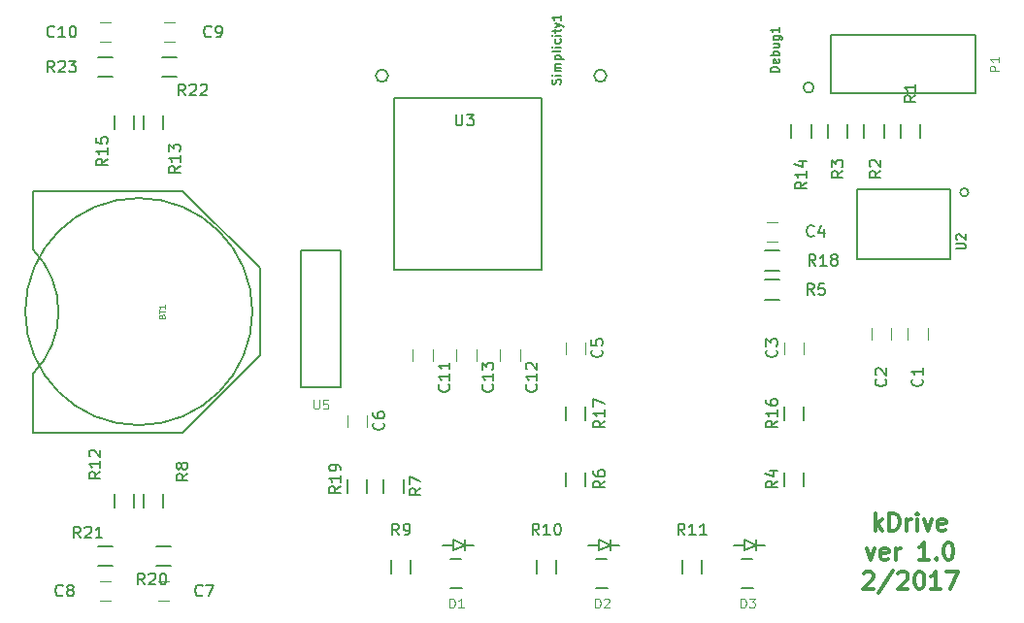
<source format=gbr>
G04 #@! TF.FileFunction,Legend,Top*
%FSLAX46Y46*%
G04 Gerber Fmt 4.6, Leading zero omitted, Abs format (unit mm)*
G04 Created by KiCad (PCBNEW 4.0.4-stable) date 10/20/17 22:24:28*
%MOMM*%
%LPD*%
G01*
G04 APERTURE LIST*
%ADD10C,0.100000*%
%ADD11C,0.300000*%
%ADD12C,0.150000*%
%ADD13C,0.120000*%
%ADD14C,0.076200*%
%ADD15C,0.152400*%
G04 APERTURE END LIST*
D10*
D11*
X162699286Y-120683571D02*
X162699286Y-119183571D01*
X162842143Y-120112143D02*
X163270714Y-120683571D01*
X163270714Y-119683571D02*
X162699286Y-120255000D01*
X163913572Y-120683571D02*
X163913572Y-119183571D01*
X164270715Y-119183571D01*
X164485000Y-119255000D01*
X164627858Y-119397857D01*
X164699286Y-119540714D01*
X164770715Y-119826429D01*
X164770715Y-120040714D01*
X164699286Y-120326429D01*
X164627858Y-120469286D01*
X164485000Y-120612143D01*
X164270715Y-120683571D01*
X163913572Y-120683571D01*
X165413572Y-120683571D02*
X165413572Y-119683571D01*
X165413572Y-119969286D02*
X165485000Y-119826429D01*
X165556429Y-119755000D01*
X165699286Y-119683571D01*
X165842143Y-119683571D01*
X166342143Y-120683571D02*
X166342143Y-119683571D01*
X166342143Y-119183571D02*
X166270714Y-119255000D01*
X166342143Y-119326429D01*
X166413571Y-119255000D01*
X166342143Y-119183571D01*
X166342143Y-119326429D01*
X166913572Y-119683571D02*
X167270715Y-120683571D01*
X167627857Y-119683571D01*
X168770714Y-120612143D02*
X168627857Y-120683571D01*
X168342143Y-120683571D01*
X168199286Y-120612143D01*
X168127857Y-120469286D01*
X168127857Y-119897857D01*
X168199286Y-119755000D01*
X168342143Y-119683571D01*
X168627857Y-119683571D01*
X168770714Y-119755000D01*
X168842143Y-119897857D01*
X168842143Y-120040714D01*
X168127857Y-120183571D01*
X161913573Y-122233571D02*
X162270716Y-123233571D01*
X162627858Y-122233571D01*
X163770715Y-123162143D02*
X163627858Y-123233571D01*
X163342144Y-123233571D01*
X163199287Y-123162143D01*
X163127858Y-123019286D01*
X163127858Y-122447857D01*
X163199287Y-122305000D01*
X163342144Y-122233571D01*
X163627858Y-122233571D01*
X163770715Y-122305000D01*
X163842144Y-122447857D01*
X163842144Y-122590714D01*
X163127858Y-122733571D01*
X164485001Y-123233571D02*
X164485001Y-122233571D01*
X164485001Y-122519286D02*
X164556429Y-122376429D01*
X164627858Y-122305000D01*
X164770715Y-122233571D01*
X164913572Y-122233571D01*
X167342143Y-123233571D02*
X166485000Y-123233571D01*
X166913572Y-123233571D02*
X166913572Y-121733571D01*
X166770715Y-121947857D01*
X166627857Y-122090714D01*
X166485000Y-122162143D01*
X167985000Y-123090714D02*
X168056428Y-123162143D01*
X167985000Y-123233571D01*
X167913571Y-123162143D01*
X167985000Y-123090714D01*
X167985000Y-123233571D01*
X168985000Y-121733571D02*
X169127857Y-121733571D01*
X169270714Y-121805000D01*
X169342143Y-121876429D01*
X169413572Y-122019286D01*
X169485000Y-122305000D01*
X169485000Y-122662143D01*
X169413572Y-122947857D01*
X169342143Y-123090714D01*
X169270714Y-123162143D01*
X169127857Y-123233571D01*
X168985000Y-123233571D01*
X168842143Y-123162143D01*
X168770714Y-123090714D01*
X168699286Y-122947857D01*
X168627857Y-122662143D01*
X168627857Y-122305000D01*
X168699286Y-122019286D01*
X168770714Y-121876429D01*
X168842143Y-121805000D01*
X168985000Y-121733571D01*
X161663572Y-124426429D02*
X161735001Y-124355000D01*
X161877858Y-124283571D01*
X162235001Y-124283571D01*
X162377858Y-124355000D01*
X162449287Y-124426429D01*
X162520715Y-124569286D01*
X162520715Y-124712143D01*
X162449287Y-124926429D01*
X161592144Y-125783571D01*
X162520715Y-125783571D01*
X164235000Y-124212143D02*
X162949286Y-126140714D01*
X164663572Y-124426429D02*
X164735001Y-124355000D01*
X164877858Y-124283571D01*
X165235001Y-124283571D01*
X165377858Y-124355000D01*
X165449287Y-124426429D01*
X165520715Y-124569286D01*
X165520715Y-124712143D01*
X165449287Y-124926429D01*
X164592144Y-125783571D01*
X165520715Y-125783571D01*
X166449286Y-124283571D02*
X166592143Y-124283571D01*
X166735000Y-124355000D01*
X166806429Y-124426429D01*
X166877858Y-124569286D01*
X166949286Y-124855000D01*
X166949286Y-125212143D01*
X166877858Y-125497857D01*
X166806429Y-125640714D01*
X166735000Y-125712143D01*
X166592143Y-125783571D01*
X166449286Y-125783571D01*
X166306429Y-125712143D01*
X166235000Y-125640714D01*
X166163572Y-125497857D01*
X166092143Y-125212143D01*
X166092143Y-124855000D01*
X166163572Y-124569286D01*
X166235000Y-124426429D01*
X166306429Y-124355000D01*
X166449286Y-124283571D01*
X168377857Y-125783571D02*
X167520714Y-125783571D01*
X167949286Y-125783571D02*
X167949286Y-124283571D01*
X167806429Y-124497857D01*
X167663571Y-124640714D01*
X167520714Y-124712143D01*
X168877857Y-124283571D02*
X169877857Y-124283571D01*
X169235000Y-125783571D01*
D12*
X89154000Y-91059000D02*
X89154000Y-96139000D01*
X89154000Y-112141000D02*
X89154000Y-107061000D01*
X89154000Y-107061000D02*
G75*
G03X89154000Y-96139000I-5461000J5461000D01*
G01*
X89154000Y-112141000D02*
X102235000Y-112141000D01*
X102235000Y-91059000D02*
X89154000Y-91059000D01*
X108966000Y-105410000D02*
X108966000Y-97790000D01*
X108966000Y-97790000D02*
X102235000Y-91059000D01*
X108966000Y-105410000D02*
X102235000Y-112141000D01*
X108331000Y-101600000D02*
G75*
G03X108331000Y-101600000I-9906000J0D01*
G01*
D13*
X167220000Y-104005000D02*
X167220000Y-103005000D01*
X165520000Y-103005000D02*
X165520000Y-104005000D01*
X164045000Y-104005000D02*
X164045000Y-103005000D01*
X162345000Y-103005000D02*
X162345000Y-104005000D01*
X154725000Y-104275000D02*
X154725000Y-105275000D01*
X156425000Y-105275000D02*
X156425000Y-104275000D01*
X153170000Y-95465000D02*
X154170000Y-95465000D01*
X154170000Y-93765000D02*
X153170000Y-93765000D01*
X135675000Y-104275000D02*
X135675000Y-105275000D01*
X137375000Y-105275000D02*
X137375000Y-104275000D01*
X116625000Y-110625000D02*
X116625000Y-111625000D01*
X118325000Y-111625000D02*
X118325000Y-110625000D01*
X101084000Y-125134000D02*
X100084000Y-125134000D01*
X100084000Y-126834000D02*
X101084000Y-126834000D01*
X95004000Y-126834000D02*
X96004000Y-126834000D01*
X96004000Y-125134000D02*
X95004000Y-125134000D01*
X101592000Y-76366000D02*
X100592000Y-76366000D01*
X100592000Y-78066000D02*
X101592000Y-78066000D01*
X95004000Y-78066000D02*
X96004000Y-78066000D01*
X96004000Y-76366000D02*
X95004000Y-76366000D01*
X124040000Y-105910000D02*
X124040000Y-104910000D01*
X122340000Y-104910000D02*
X122340000Y-105910000D01*
X131660000Y-105910000D02*
X131660000Y-104910000D01*
X129960000Y-104910000D02*
X129960000Y-105910000D01*
X127850000Y-105910000D02*
X127850000Y-104910000D01*
X126150000Y-104910000D02*
X126150000Y-105910000D01*
D12*
X157302905Y-82042000D02*
G75*
G03X157302905Y-82042000I-457905J0D01*
G01*
X158750000Y-77470000D02*
X158750000Y-82550000D01*
X158770000Y-82529999D02*
X171430000Y-82530000D01*
X171430000Y-82530000D02*
X171430000Y-77490001D01*
X171430000Y-77490001D02*
X158770000Y-77490000D01*
X166610000Y-85252000D02*
X166610000Y-86452000D01*
X164860000Y-86452000D02*
X164860000Y-85252000D01*
X163435000Y-85252000D02*
X163435000Y-86452000D01*
X161685000Y-86452000D02*
X161685000Y-85252000D01*
X160260000Y-85252000D02*
X160260000Y-86452000D01*
X158510000Y-86452000D02*
X158510000Y-85252000D01*
X156450000Y-115605000D02*
X156450000Y-116805000D01*
X154700000Y-116805000D02*
X154700000Y-115605000D01*
X154270000Y-100570000D02*
X153070000Y-100570000D01*
X153070000Y-98820000D02*
X154270000Y-98820000D01*
X135650000Y-116805000D02*
X135650000Y-115605000D01*
X137400000Y-115605000D02*
X137400000Y-116805000D01*
X121525000Y-116240000D02*
X121525000Y-117440000D01*
X119775000Y-117440000D02*
X119775000Y-116240000D01*
X98820000Y-118710000D02*
X98820000Y-117510000D01*
X100570000Y-117510000D02*
X100570000Y-118710000D01*
X120410000Y-124425000D02*
X120410000Y-123225000D01*
X122160000Y-123225000D02*
X122160000Y-124425000D01*
X133110000Y-124425000D02*
X133110000Y-123225000D01*
X134860000Y-123225000D02*
X134860000Y-124425000D01*
X145810000Y-124425000D02*
X145810000Y-123225000D01*
X147560000Y-123225000D02*
X147560000Y-124425000D01*
X96280000Y-118710000D02*
X96280000Y-117510000D01*
X98030000Y-117510000D02*
X98030000Y-118710000D01*
X100570000Y-84490000D02*
X100570000Y-85690000D01*
X98820000Y-85690000D02*
X98820000Y-84490000D01*
X155335000Y-86452000D02*
X155335000Y-85252000D01*
X157085000Y-85252000D02*
X157085000Y-86452000D01*
X98030000Y-84490000D02*
X98030000Y-85690000D01*
X96280000Y-85690000D02*
X96280000Y-84490000D01*
X170793210Y-91186000D02*
G75*
G03X170793210Y-91186000I-359210J0D01*
G01*
X169164000Y-97028000D02*
X161036000Y-97028000D01*
X161036000Y-97028000D02*
X161036000Y-90932000D01*
X161036000Y-90932000D02*
X169164000Y-90932000D01*
X169164000Y-90932000D02*
X169164000Y-97028000D01*
X120650000Y-82970000D02*
X133550000Y-82970000D01*
X133550000Y-82970000D02*
X133550000Y-97970000D01*
X133550000Y-97970000D02*
X120650000Y-97970000D01*
X120650000Y-97970000D02*
X120650000Y-82970000D01*
X120172815Y-81026000D02*
G75*
G03X120172815Y-81026000I-538815J0D01*
G01*
X139222815Y-81026000D02*
G75*
G03X139222815Y-81026000I-538815J0D01*
G01*
X154700000Y-111090000D02*
X154700000Y-109890000D01*
X156450000Y-109890000D02*
X156450000Y-111090000D01*
X135650000Y-111090000D02*
X135650000Y-109890000D01*
X137400000Y-109890000D02*
X137400000Y-111090000D01*
X154270000Y-98030000D02*
X153070000Y-98030000D01*
X153070000Y-96280000D02*
X154270000Y-96280000D01*
X118350000Y-116240000D02*
X118350000Y-117440000D01*
X116600000Y-117440000D02*
X116600000Y-116240000D01*
X101184000Y-123811000D02*
X99984000Y-123811000D01*
X99984000Y-122061000D02*
X101184000Y-122061000D01*
X94904000Y-122061000D02*
X96104000Y-122061000D01*
X96104000Y-123811000D02*
X94904000Y-123811000D01*
X101692000Y-81139000D02*
X100492000Y-81139000D01*
X100492000Y-79389000D02*
X101692000Y-79389000D01*
X94904000Y-79389000D02*
X96104000Y-79389000D01*
X96104000Y-81139000D02*
X94904000Y-81139000D01*
X112550000Y-108235000D02*
X112550000Y-96235000D01*
X112550000Y-96235000D02*
X116050000Y-96235000D01*
X116050000Y-96235000D02*
X116050000Y-108235000D01*
X116050000Y-108235000D02*
X112550000Y-108235000D01*
X152285000Y-122460000D02*
X152285000Y-121460000D01*
X151285000Y-121960000D02*
X150285000Y-121960000D01*
X152285000Y-121960000D02*
X151285000Y-122460000D01*
X151285000Y-122460000D02*
X151285000Y-121460000D01*
X151285000Y-121460000D02*
X152285000Y-121960000D01*
X152285000Y-121960000D02*
X153035000Y-121960000D01*
X151035000Y-123160000D02*
X151935000Y-123160000D01*
X151035000Y-125760000D02*
X152035000Y-125760000D01*
X139585000Y-122460000D02*
X139585000Y-121460000D01*
X138585000Y-121960000D02*
X137585000Y-121960000D01*
X139585000Y-121960000D02*
X138585000Y-122460000D01*
X138585000Y-122460000D02*
X138585000Y-121460000D01*
X138585000Y-121460000D02*
X139585000Y-121960000D01*
X139585000Y-121960000D02*
X140335000Y-121960000D01*
X138335000Y-123160000D02*
X139235000Y-123160000D01*
X138335000Y-125760000D02*
X139335000Y-125760000D01*
X126885000Y-122460000D02*
X126885000Y-121460000D01*
X125885000Y-121960000D02*
X124885000Y-121960000D01*
X126885000Y-121960000D02*
X125885000Y-122460000D01*
X125885000Y-122460000D02*
X125885000Y-121460000D01*
X125885000Y-121460000D02*
X126885000Y-121960000D01*
X126885000Y-121960000D02*
X127635000Y-121960000D01*
X125635000Y-123160000D02*
X126535000Y-123160000D01*
X125635000Y-125760000D02*
X126635000Y-125760000D01*
D14*
X100420714Y-101999143D02*
X100444905Y-101926572D01*
X100469095Y-101902381D01*
X100517476Y-101878191D01*
X100590048Y-101878191D01*
X100638429Y-101902381D01*
X100662619Y-101926572D01*
X100686810Y-101974953D01*
X100686810Y-102168477D01*
X100178810Y-102168477D01*
X100178810Y-101999143D01*
X100203000Y-101950762D01*
X100227190Y-101926572D01*
X100275571Y-101902381D01*
X100323952Y-101902381D01*
X100372333Y-101926572D01*
X100396524Y-101950762D01*
X100420714Y-101999143D01*
X100420714Y-102168477D01*
X100178810Y-101733048D02*
X100178810Y-101442762D01*
X100686810Y-101587905D02*
X100178810Y-101587905D01*
X100686810Y-101007333D02*
X100686810Y-101297619D01*
X100686810Y-101152476D02*
X100178810Y-101152476D01*
X100251381Y-101200857D01*
X100299762Y-101249238D01*
X100323952Y-101297619D01*
D12*
X166727143Y-107481666D02*
X166774762Y-107529285D01*
X166822381Y-107672142D01*
X166822381Y-107767380D01*
X166774762Y-107910238D01*
X166679524Y-108005476D01*
X166584286Y-108053095D01*
X166393810Y-108100714D01*
X166250952Y-108100714D01*
X166060476Y-108053095D01*
X165965238Y-108005476D01*
X165870000Y-107910238D01*
X165822381Y-107767380D01*
X165822381Y-107672142D01*
X165870000Y-107529285D01*
X165917619Y-107481666D01*
X166822381Y-106529285D02*
X166822381Y-107100714D01*
X166822381Y-106815000D02*
X165822381Y-106815000D01*
X165965238Y-106910238D01*
X166060476Y-107005476D01*
X166108095Y-107100714D01*
X163552143Y-107481666D02*
X163599762Y-107529285D01*
X163647381Y-107672142D01*
X163647381Y-107767380D01*
X163599762Y-107910238D01*
X163504524Y-108005476D01*
X163409286Y-108053095D01*
X163218810Y-108100714D01*
X163075952Y-108100714D01*
X162885476Y-108053095D01*
X162790238Y-108005476D01*
X162695000Y-107910238D01*
X162647381Y-107767380D01*
X162647381Y-107672142D01*
X162695000Y-107529285D01*
X162742619Y-107481666D01*
X162742619Y-107100714D02*
X162695000Y-107053095D01*
X162647381Y-106957857D01*
X162647381Y-106719761D01*
X162695000Y-106624523D01*
X162742619Y-106576904D01*
X162837857Y-106529285D01*
X162933095Y-106529285D01*
X163075952Y-106576904D01*
X163647381Y-107148333D01*
X163647381Y-106529285D01*
X154027143Y-104941666D02*
X154074762Y-104989285D01*
X154122381Y-105132142D01*
X154122381Y-105227380D01*
X154074762Y-105370238D01*
X153979524Y-105465476D01*
X153884286Y-105513095D01*
X153693810Y-105560714D01*
X153550952Y-105560714D01*
X153360476Y-105513095D01*
X153265238Y-105465476D01*
X153170000Y-105370238D01*
X153122381Y-105227380D01*
X153122381Y-105132142D01*
X153170000Y-104989285D01*
X153217619Y-104941666D01*
X153122381Y-104608333D02*
X153122381Y-103989285D01*
X153503333Y-104322619D01*
X153503333Y-104179761D01*
X153550952Y-104084523D01*
X153598571Y-104036904D01*
X153693810Y-103989285D01*
X153931905Y-103989285D01*
X154027143Y-104036904D01*
X154074762Y-104084523D01*
X154122381Y-104179761D01*
X154122381Y-104465476D01*
X154074762Y-104560714D01*
X154027143Y-104608333D01*
X157313334Y-94972143D02*
X157265715Y-95019762D01*
X157122858Y-95067381D01*
X157027620Y-95067381D01*
X156884762Y-95019762D01*
X156789524Y-94924524D01*
X156741905Y-94829286D01*
X156694286Y-94638810D01*
X156694286Y-94495952D01*
X156741905Y-94305476D01*
X156789524Y-94210238D01*
X156884762Y-94115000D01*
X157027620Y-94067381D01*
X157122858Y-94067381D01*
X157265715Y-94115000D01*
X157313334Y-94162619D01*
X158170477Y-94400714D02*
X158170477Y-95067381D01*
X157932381Y-94019762D02*
X157694286Y-94734048D01*
X158313334Y-94734048D01*
X138787143Y-104941666D02*
X138834762Y-104989285D01*
X138882381Y-105132142D01*
X138882381Y-105227380D01*
X138834762Y-105370238D01*
X138739524Y-105465476D01*
X138644286Y-105513095D01*
X138453810Y-105560714D01*
X138310952Y-105560714D01*
X138120476Y-105513095D01*
X138025238Y-105465476D01*
X137930000Y-105370238D01*
X137882381Y-105227380D01*
X137882381Y-105132142D01*
X137930000Y-104989285D01*
X137977619Y-104941666D01*
X137882381Y-104036904D02*
X137882381Y-104513095D01*
X138358571Y-104560714D01*
X138310952Y-104513095D01*
X138263333Y-104417857D01*
X138263333Y-104179761D01*
X138310952Y-104084523D01*
X138358571Y-104036904D01*
X138453810Y-103989285D01*
X138691905Y-103989285D01*
X138787143Y-104036904D01*
X138834762Y-104084523D01*
X138882381Y-104179761D01*
X138882381Y-104417857D01*
X138834762Y-104513095D01*
X138787143Y-104560714D01*
X119737143Y-111291666D02*
X119784762Y-111339285D01*
X119832381Y-111482142D01*
X119832381Y-111577380D01*
X119784762Y-111720238D01*
X119689524Y-111815476D01*
X119594286Y-111863095D01*
X119403810Y-111910714D01*
X119260952Y-111910714D01*
X119070476Y-111863095D01*
X118975238Y-111815476D01*
X118880000Y-111720238D01*
X118832381Y-111577380D01*
X118832381Y-111482142D01*
X118880000Y-111339285D01*
X118927619Y-111291666D01*
X118832381Y-110434523D02*
X118832381Y-110625000D01*
X118880000Y-110720238D01*
X118927619Y-110767857D01*
X119070476Y-110863095D01*
X119260952Y-110910714D01*
X119641905Y-110910714D01*
X119737143Y-110863095D01*
X119784762Y-110815476D01*
X119832381Y-110720238D01*
X119832381Y-110529761D01*
X119784762Y-110434523D01*
X119737143Y-110386904D01*
X119641905Y-110339285D01*
X119403810Y-110339285D01*
X119308571Y-110386904D01*
X119260952Y-110434523D01*
X119213333Y-110529761D01*
X119213333Y-110720238D01*
X119260952Y-110815476D01*
X119308571Y-110863095D01*
X119403810Y-110910714D01*
X103973334Y-126341143D02*
X103925715Y-126388762D01*
X103782858Y-126436381D01*
X103687620Y-126436381D01*
X103544762Y-126388762D01*
X103449524Y-126293524D01*
X103401905Y-126198286D01*
X103354286Y-126007810D01*
X103354286Y-125864952D01*
X103401905Y-125674476D01*
X103449524Y-125579238D01*
X103544762Y-125484000D01*
X103687620Y-125436381D01*
X103782858Y-125436381D01*
X103925715Y-125484000D01*
X103973334Y-125531619D01*
X104306667Y-125436381D02*
X104973334Y-125436381D01*
X104544762Y-126436381D01*
X91781334Y-126341143D02*
X91733715Y-126388762D01*
X91590858Y-126436381D01*
X91495620Y-126436381D01*
X91352762Y-126388762D01*
X91257524Y-126293524D01*
X91209905Y-126198286D01*
X91162286Y-126007810D01*
X91162286Y-125864952D01*
X91209905Y-125674476D01*
X91257524Y-125579238D01*
X91352762Y-125484000D01*
X91495620Y-125436381D01*
X91590858Y-125436381D01*
X91733715Y-125484000D01*
X91781334Y-125531619D01*
X92352762Y-125864952D02*
X92257524Y-125817333D01*
X92209905Y-125769714D01*
X92162286Y-125674476D01*
X92162286Y-125626857D01*
X92209905Y-125531619D01*
X92257524Y-125484000D01*
X92352762Y-125436381D01*
X92543239Y-125436381D01*
X92638477Y-125484000D01*
X92686096Y-125531619D01*
X92733715Y-125626857D01*
X92733715Y-125674476D01*
X92686096Y-125769714D01*
X92638477Y-125817333D01*
X92543239Y-125864952D01*
X92352762Y-125864952D01*
X92257524Y-125912571D01*
X92209905Y-125960190D01*
X92162286Y-126055429D01*
X92162286Y-126245905D01*
X92209905Y-126341143D01*
X92257524Y-126388762D01*
X92352762Y-126436381D01*
X92543239Y-126436381D01*
X92638477Y-126388762D01*
X92686096Y-126341143D01*
X92733715Y-126245905D01*
X92733715Y-126055429D01*
X92686096Y-125960190D01*
X92638477Y-125912571D01*
X92543239Y-125864952D01*
X104735334Y-77573143D02*
X104687715Y-77620762D01*
X104544858Y-77668381D01*
X104449620Y-77668381D01*
X104306762Y-77620762D01*
X104211524Y-77525524D01*
X104163905Y-77430286D01*
X104116286Y-77239810D01*
X104116286Y-77096952D01*
X104163905Y-76906476D01*
X104211524Y-76811238D01*
X104306762Y-76716000D01*
X104449620Y-76668381D01*
X104544858Y-76668381D01*
X104687715Y-76716000D01*
X104735334Y-76763619D01*
X105211524Y-77668381D02*
X105402000Y-77668381D01*
X105497239Y-77620762D01*
X105544858Y-77573143D01*
X105640096Y-77430286D01*
X105687715Y-77239810D01*
X105687715Y-76858857D01*
X105640096Y-76763619D01*
X105592477Y-76716000D01*
X105497239Y-76668381D01*
X105306762Y-76668381D01*
X105211524Y-76716000D01*
X105163905Y-76763619D01*
X105116286Y-76858857D01*
X105116286Y-77096952D01*
X105163905Y-77192190D01*
X105211524Y-77239810D01*
X105306762Y-77287429D01*
X105497239Y-77287429D01*
X105592477Y-77239810D01*
X105640096Y-77192190D01*
X105687715Y-77096952D01*
X91051143Y-77573143D02*
X91003524Y-77620762D01*
X90860667Y-77668381D01*
X90765429Y-77668381D01*
X90622571Y-77620762D01*
X90527333Y-77525524D01*
X90479714Y-77430286D01*
X90432095Y-77239810D01*
X90432095Y-77096952D01*
X90479714Y-76906476D01*
X90527333Y-76811238D01*
X90622571Y-76716000D01*
X90765429Y-76668381D01*
X90860667Y-76668381D01*
X91003524Y-76716000D01*
X91051143Y-76763619D01*
X92003524Y-77668381D02*
X91432095Y-77668381D01*
X91717809Y-77668381D02*
X91717809Y-76668381D01*
X91622571Y-76811238D01*
X91527333Y-76906476D01*
X91432095Y-76954095D01*
X92622571Y-76668381D02*
X92717810Y-76668381D01*
X92813048Y-76716000D01*
X92860667Y-76763619D01*
X92908286Y-76858857D01*
X92955905Y-77049333D01*
X92955905Y-77287429D01*
X92908286Y-77477905D01*
X92860667Y-77573143D01*
X92813048Y-77620762D01*
X92717810Y-77668381D01*
X92622571Y-77668381D01*
X92527333Y-77620762D01*
X92479714Y-77573143D01*
X92432095Y-77477905D01*
X92384476Y-77287429D01*
X92384476Y-77049333D01*
X92432095Y-76858857D01*
X92479714Y-76763619D01*
X92527333Y-76716000D01*
X92622571Y-76668381D01*
X125452143Y-107957857D02*
X125499762Y-108005476D01*
X125547381Y-108148333D01*
X125547381Y-108243571D01*
X125499762Y-108386429D01*
X125404524Y-108481667D01*
X125309286Y-108529286D01*
X125118810Y-108576905D01*
X124975952Y-108576905D01*
X124785476Y-108529286D01*
X124690238Y-108481667D01*
X124595000Y-108386429D01*
X124547381Y-108243571D01*
X124547381Y-108148333D01*
X124595000Y-108005476D01*
X124642619Y-107957857D01*
X125547381Y-107005476D02*
X125547381Y-107576905D01*
X125547381Y-107291191D02*
X124547381Y-107291191D01*
X124690238Y-107386429D01*
X124785476Y-107481667D01*
X124833095Y-107576905D01*
X125547381Y-106053095D02*
X125547381Y-106624524D01*
X125547381Y-106338810D02*
X124547381Y-106338810D01*
X124690238Y-106434048D01*
X124785476Y-106529286D01*
X124833095Y-106624524D01*
X133072143Y-107957857D02*
X133119762Y-108005476D01*
X133167381Y-108148333D01*
X133167381Y-108243571D01*
X133119762Y-108386429D01*
X133024524Y-108481667D01*
X132929286Y-108529286D01*
X132738810Y-108576905D01*
X132595952Y-108576905D01*
X132405476Y-108529286D01*
X132310238Y-108481667D01*
X132215000Y-108386429D01*
X132167381Y-108243571D01*
X132167381Y-108148333D01*
X132215000Y-108005476D01*
X132262619Y-107957857D01*
X133167381Y-107005476D02*
X133167381Y-107576905D01*
X133167381Y-107291191D02*
X132167381Y-107291191D01*
X132310238Y-107386429D01*
X132405476Y-107481667D01*
X132453095Y-107576905D01*
X132262619Y-106624524D02*
X132215000Y-106576905D01*
X132167381Y-106481667D01*
X132167381Y-106243571D01*
X132215000Y-106148333D01*
X132262619Y-106100714D01*
X132357857Y-106053095D01*
X132453095Y-106053095D01*
X132595952Y-106100714D01*
X133167381Y-106672143D01*
X133167381Y-106053095D01*
X129262143Y-107957857D02*
X129309762Y-108005476D01*
X129357381Y-108148333D01*
X129357381Y-108243571D01*
X129309762Y-108386429D01*
X129214524Y-108481667D01*
X129119286Y-108529286D01*
X128928810Y-108576905D01*
X128785952Y-108576905D01*
X128595476Y-108529286D01*
X128500238Y-108481667D01*
X128405000Y-108386429D01*
X128357381Y-108243571D01*
X128357381Y-108148333D01*
X128405000Y-108005476D01*
X128452619Y-107957857D01*
X129357381Y-107005476D02*
X129357381Y-107576905D01*
X129357381Y-107291191D02*
X128357381Y-107291191D01*
X128500238Y-107386429D01*
X128595476Y-107481667D01*
X128643095Y-107576905D01*
X128357381Y-106672143D02*
X128357381Y-106053095D01*
X128738333Y-106386429D01*
X128738333Y-106243571D01*
X128785952Y-106148333D01*
X128833571Y-106100714D01*
X128928810Y-106053095D01*
X129166905Y-106053095D01*
X129262143Y-106100714D01*
X129309762Y-106148333D01*
X129357381Y-106243571D01*
X129357381Y-106529286D01*
X129309762Y-106624524D01*
X129262143Y-106672143D01*
D10*
X173462905Y-80600476D02*
X172662905Y-80600476D01*
X172662905Y-80295714D01*
X172701000Y-80219523D01*
X172739095Y-80181428D01*
X172815286Y-80143333D01*
X172929571Y-80143333D01*
X173005762Y-80181428D01*
X173043857Y-80219523D01*
X173081952Y-80295714D01*
X173081952Y-80600476D01*
X173462905Y-79381428D02*
X173462905Y-79838571D01*
X173462905Y-79610000D02*
X172662905Y-79610000D01*
X172777190Y-79686190D01*
X172853381Y-79762381D01*
X172891476Y-79838571D01*
D12*
X166187381Y-82716666D02*
X165711190Y-83050000D01*
X166187381Y-83288095D02*
X165187381Y-83288095D01*
X165187381Y-82907142D01*
X165235000Y-82811904D01*
X165282619Y-82764285D01*
X165377857Y-82716666D01*
X165520714Y-82716666D01*
X165615952Y-82764285D01*
X165663571Y-82811904D01*
X165711190Y-82907142D01*
X165711190Y-83288095D01*
X166187381Y-81764285D02*
X166187381Y-82335714D01*
X166187381Y-82050000D02*
X165187381Y-82050000D01*
X165330238Y-82145238D01*
X165425476Y-82240476D01*
X165473095Y-82335714D01*
X163139381Y-89320666D02*
X162663190Y-89654000D01*
X163139381Y-89892095D02*
X162139381Y-89892095D01*
X162139381Y-89511142D01*
X162187000Y-89415904D01*
X162234619Y-89368285D01*
X162329857Y-89320666D01*
X162472714Y-89320666D01*
X162567952Y-89368285D01*
X162615571Y-89415904D01*
X162663190Y-89511142D01*
X162663190Y-89892095D01*
X162234619Y-88939714D02*
X162187000Y-88892095D01*
X162139381Y-88796857D01*
X162139381Y-88558761D01*
X162187000Y-88463523D01*
X162234619Y-88415904D01*
X162329857Y-88368285D01*
X162425095Y-88368285D01*
X162567952Y-88415904D01*
X163139381Y-88987333D01*
X163139381Y-88368285D01*
X159837381Y-89320666D02*
X159361190Y-89654000D01*
X159837381Y-89892095D02*
X158837381Y-89892095D01*
X158837381Y-89511142D01*
X158885000Y-89415904D01*
X158932619Y-89368285D01*
X159027857Y-89320666D01*
X159170714Y-89320666D01*
X159265952Y-89368285D01*
X159313571Y-89415904D01*
X159361190Y-89511142D01*
X159361190Y-89892095D01*
X158837381Y-88987333D02*
X158837381Y-88368285D01*
X159218333Y-88701619D01*
X159218333Y-88558761D01*
X159265952Y-88463523D01*
X159313571Y-88415904D01*
X159408810Y-88368285D01*
X159646905Y-88368285D01*
X159742143Y-88415904D01*
X159789762Y-88463523D01*
X159837381Y-88558761D01*
X159837381Y-88844476D01*
X159789762Y-88939714D01*
X159742143Y-88987333D01*
X154122381Y-116371666D02*
X153646190Y-116705000D01*
X154122381Y-116943095D02*
X153122381Y-116943095D01*
X153122381Y-116562142D01*
X153170000Y-116466904D01*
X153217619Y-116419285D01*
X153312857Y-116371666D01*
X153455714Y-116371666D01*
X153550952Y-116419285D01*
X153598571Y-116466904D01*
X153646190Y-116562142D01*
X153646190Y-116943095D01*
X153455714Y-115514523D02*
X154122381Y-115514523D01*
X153074762Y-115752619D02*
X153789048Y-115990714D01*
X153789048Y-115371666D01*
X157313334Y-100147381D02*
X156980000Y-99671190D01*
X156741905Y-100147381D02*
X156741905Y-99147381D01*
X157122858Y-99147381D01*
X157218096Y-99195000D01*
X157265715Y-99242619D01*
X157313334Y-99337857D01*
X157313334Y-99480714D01*
X157265715Y-99575952D01*
X157218096Y-99623571D01*
X157122858Y-99671190D01*
X156741905Y-99671190D01*
X158218096Y-99147381D02*
X157741905Y-99147381D01*
X157694286Y-99623571D01*
X157741905Y-99575952D01*
X157837143Y-99528333D01*
X158075239Y-99528333D01*
X158170477Y-99575952D01*
X158218096Y-99623571D01*
X158265715Y-99718810D01*
X158265715Y-99956905D01*
X158218096Y-100052143D01*
X158170477Y-100099762D01*
X158075239Y-100147381D01*
X157837143Y-100147381D01*
X157741905Y-100099762D01*
X157694286Y-100052143D01*
X139077381Y-116371666D02*
X138601190Y-116705000D01*
X139077381Y-116943095D02*
X138077381Y-116943095D01*
X138077381Y-116562142D01*
X138125000Y-116466904D01*
X138172619Y-116419285D01*
X138267857Y-116371666D01*
X138410714Y-116371666D01*
X138505952Y-116419285D01*
X138553571Y-116466904D01*
X138601190Y-116562142D01*
X138601190Y-116943095D01*
X138077381Y-115514523D02*
X138077381Y-115705000D01*
X138125000Y-115800238D01*
X138172619Y-115847857D01*
X138315476Y-115943095D01*
X138505952Y-115990714D01*
X138886905Y-115990714D01*
X138982143Y-115943095D01*
X139029762Y-115895476D01*
X139077381Y-115800238D01*
X139077381Y-115609761D01*
X139029762Y-115514523D01*
X138982143Y-115466904D01*
X138886905Y-115419285D01*
X138648810Y-115419285D01*
X138553571Y-115466904D01*
X138505952Y-115514523D01*
X138458333Y-115609761D01*
X138458333Y-115800238D01*
X138505952Y-115895476D01*
X138553571Y-115943095D01*
X138648810Y-115990714D01*
X123007381Y-117006666D02*
X122531190Y-117340000D01*
X123007381Y-117578095D02*
X122007381Y-117578095D01*
X122007381Y-117197142D01*
X122055000Y-117101904D01*
X122102619Y-117054285D01*
X122197857Y-117006666D01*
X122340714Y-117006666D01*
X122435952Y-117054285D01*
X122483571Y-117101904D01*
X122531190Y-117197142D01*
X122531190Y-117578095D01*
X122007381Y-116673333D02*
X122007381Y-116006666D01*
X123007381Y-116435238D01*
X102687381Y-115736666D02*
X102211190Y-116070000D01*
X102687381Y-116308095D02*
X101687381Y-116308095D01*
X101687381Y-115927142D01*
X101735000Y-115831904D01*
X101782619Y-115784285D01*
X101877857Y-115736666D01*
X102020714Y-115736666D01*
X102115952Y-115784285D01*
X102163571Y-115831904D01*
X102211190Y-115927142D01*
X102211190Y-116308095D01*
X102115952Y-115165238D02*
X102068333Y-115260476D01*
X102020714Y-115308095D01*
X101925476Y-115355714D01*
X101877857Y-115355714D01*
X101782619Y-115308095D01*
X101735000Y-115260476D01*
X101687381Y-115165238D01*
X101687381Y-114974761D01*
X101735000Y-114879523D01*
X101782619Y-114831904D01*
X101877857Y-114784285D01*
X101925476Y-114784285D01*
X102020714Y-114831904D01*
X102068333Y-114879523D01*
X102115952Y-114974761D01*
X102115952Y-115165238D01*
X102163571Y-115260476D01*
X102211190Y-115308095D01*
X102306429Y-115355714D01*
X102496905Y-115355714D01*
X102592143Y-115308095D01*
X102639762Y-115260476D01*
X102687381Y-115165238D01*
X102687381Y-114974761D01*
X102639762Y-114879523D01*
X102592143Y-114831904D01*
X102496905Y-114784285D01*
X102306429Y-114784285D01*
X102211190Y-114831904D01*
X102163571Y-114879523D01*
X102115952Y-114974761D01*
X121118334Y-121102381D02*
X120785000Y-120626190D01*
X120546905Y-121102381D02*
X120546905Y-120102381D01*
X120927858Y-120102381D01*
X121023096Y-120150000D01*
X121070715Y-120197619D01*
X121118334Y-120292857D01*
X121118334Y-120435714D01*
X121070715Y-120530952D01*
X121023096Y-120578571D01*
X120927858Y-120626190D01*
X120546905Y-120626190D01*
X121594524Y-121102381D02*
X121785000Y-121102381D01*
X121880239Y-121054762D01*
X121927858Y-121007143D01*
X122023096Y-120864286D01*
X122070715Y-120673810D01*
X122070715Y-120292857D01*
X122023096Y-120197619D01*
X121975477Y-120150000D01*
X121880239Y-120102381D01*
X121689762Y-120102381D01*
X121594524Y-120150000D01*
X121546905Y-120197619D01*
X121499286Y-120292857D01*
X121499286Y-120530952D01*
X121546905Y-120626190D01*
X121594524Y-120673810D01*
X121689762Y-120721429D01*
X121880239Y-120721429D01*
X121975477Y-120673810D01*
X122023096Y-120626190D01*
X122070715Y-120530952D01*
X133342143Y-121102381D02*
X133008809Y-120626190D01*
X132770714Y-121102381D02*
X132770714Y-120102381D01*
X133151667Y-120102381D01*
X133246905Y-120150000D01*
X133294524Y-120197619D01*
X133342143Y-120292857D01*
X133342143Y-120435714D01*
X133294524Y-120530952D01*
X133246905Y-120578571D01*
X133151667Y-120626190D01*
X132770714Y-120626190D01*
X134294524Y-121102381D02*
X133723095Y-121102381D01*
X134008809Y-121102381D02*
X134008809Y-120102381D01*
X133913571Y-120245238D01*
X133818333Y-120340476D01*
X133723095Y-120388095D01*
X134913571Y-120102381D02*
X135008810Y-120102381D01*
X135104048Y-120150000D01*
X135151667Y-120197619D01*
X135199286Y-120292857D01*
X135246905Y-120483333D01*
X135246905Y-120721429D01*
X135199286Y-120911905D01*
X135151667Y-121007143D01*
X135104048Y-121054762D01*
X135008810Y-121102381D01*
X134913571Y-121102381D01*
X134818333Y-121054762D01*
X134770714Y-121007143D01*
X134723095Y-120911905D01*
X134675476Y-120721429D01*
X134675476Y-120483333D01*
X134723095Y-120292857D01*
X134770714Y-120197619D01*
X134818333Y-120150000D01*
X134913571Y-120102381D01*
X146042143Y-121102381D02*
X145708809Y-120626190D01*
X145470714Y-121102381D02*
X145470714Y-120102381D01*
X145851667Y-120102381D01*
X145946905Y-120150000D01*
X145994524Y-120197619D01*
X146042143Y-120292857D01*
X146042143Y-120435714D01*
X145994524Y-120530952D01*
X145946905Y-120578571D01*
X145851667Y-120626190D01*
X145470714Y-120626190D01*
X146994524Y-121102381D02*
X146423095Y-121102381D01*
X146708809Y-121102381D02*
X146708809Y-120102381D01*
X146613571Y-120245238D01*
X146518333Y-120340476D01*
X146423095Y-120388095D01*
X147946905Y-121102381D02*
X147375476Y-121102381D01*
X147661190Y-121102381D02*
X147661190Y-120102381D01*
X147565952Y-120245238D01*
X147470714Y-120340476D01*
X147375476Y-120388095D01*
X95067381Y-115577857D02*
X94591190Y-115911191D01*
X95067381Y-116149286D02*
X94067381Y-116149286D01*
X94067381Y-115768333D01*
X94115000Y-115673095D01*
X94162619Y-115625476D01*
X94257857Y-115577857D01*
X94400714Y-115577857D01*
X94495952Y-115625476D01*
X94543571Y-115673095D01*
X94591190Y-115768333D01*
X94591190Y-116149286D01*
X95067381Y-114625476D02*
X95067381Y-115196905D01*
X95067381Y-114911191D02*
X94067381Y-114911191D01*
X94210238Y-115006429D01*
X94305476Y-115101667D01*
X94353095Y-115196905D01*
X94162619Y-114244524D02*
X94115000Y-114196905D01*
X94067381Y-114101667D01*
X94067381Y-113863571D01*
X94115000Y-113768333D01*
X94162619Y-113720714D01*
X94257857Y-113673095D01*
X94353095Y-113673095D01*
X94495952Y-113720714D01*
X95067381Y-114292143D01*
X95067381Y-113673095D01*
X102052381Y-88907857D02*
X101576190Y-89241191D01*
X102052381Y-89479286D02*
X101052381Y-89479286D01*
X101052381Y-89098333D01*
X101100000Y-89003095D01*
X101147619Y-88955476D01*
X101242857Y-88907857D01*
X101385714Y-88907857D01*
X101480952Y-88955476D01*
X101528571Y-89003095D01*
X101576190Y-89098333D01*
X101576190Y-89479286D01*
X102052381Y-87955476D02*
X102052381Y-88526905D01*
X102052381Y-88241191D02*
X101052381Y-88241191D01*
X101195238Y-88336429D01*
X101290476Y-88431667D01*
X101338095Y-88526905D01*
X101052381Y-87622143D02*
X101052381Y-87003095D01*
X101433333Y-87336429D01*
X101433333Y-87193571D01*
X101480952Y-87098333D01*
X101528571Y-87050714D01*
X101623810Y-87003095D01*
X101861905Y-87003095D01*
X101957143Y-87050714D01*
X102004762Y-87098333D01*
X102052381Y-87193571D01*
X102052381Y-87479286D01*
X102004762Y-87574524D01*
X101957143Y-87622143D01*
X156662381Y-90304857D02*
X156186190Y-90638191D01*
X156662381Y-90876286D02*
X155662381Y-90876286D01*
X155662381Y-90495333D01*
X155710000Y-90400095D01*
X155757619Y-90352476D01*
X155852857Y-90304857D01*
X155995714Y-90304857D01*
X156090952Y-90352476D01*
X156138571Y-90400095D01*
X156186190Y-90495333D01*
X156186190Y-90876286D01*
X156662381Y-89352476D02*
X156662381Y-89923905D01*
X156662381Y-89638191D02*
X155662381Y-89638191D01*
X155805238Y-89733429D01*
X155900476Y-89828667D01*
X155948095Y-89923905D01*
X155995714Y-88495333D02*
X156662381Y-88495333D01*
X155614762Y-88733429D02*
X156329048Y-88971524D01*
X156329048Y-88352476D01*
X95702381Y-88272857D02*
X95226190Y-88606191D01*
X95702381Y-88844286D02*
X94702381Y-88844286D01*
X94702381Y-88463333D01*
X94750000Y-88368095D01*
X94797619Y-88320476D01*
X94892857Y-88272857D01*
X95035714Y-88272857D01*
X95130952Y-88320476D01*
X95178571Y-88368095D01*
X95226190Y-88463333D01*
X95226190Y-88844286D01*
X95702381Y-87320476D02*
X95702381Y-87891905D01*
X95702381Y-87606191D02*
X94702381Y-87606191D01*
X94845238Y-87701429D01*
X94940476Y-87796667D01*
X94988095Y-87891905D01*
X94702381Y-86415714D02*
X94702381Y-86891905D01*
X95178571Y-86939524D01*
X95130952Y-86891905D01*
X95083333Y-86796667D01*
X95083333Y-86558571D01*
X95130952Y-86463333D01*
X95178571Y-86415714D01*
X95273810Y-86368095D01*
X95511905Y-86368095D01*
X95607143Y-86415714D01*
X95654762Y-86463333D01*
X95702381Y-86558571D01*
X95702381Y-86796667D01*
X95654762Y-86891905D01*
X95607143Y-86939524D01*
X169741905Y-96113524D02*
X170389524Y-96113524D01*
X170465714Y-96075429D01*
X170503810Y-96037333D01*
X170541905Y-95961143D01*
X170541905Y-95808762D01*
X170503810Y-95732571D01*
X170465714Y-95694476D01*
X170389524Y-95656381D01*
X169741905Y-95656381D01*
X169818095Y-95313524D02*
X169780000Y-95275429D01*
X169741905Y-95199238D01*
X169741905Y-95008762D01*
X169780000Y-94932572D01*
X169818095Y-94894476D01*
X169894286Y-94856381D01*
X169970476Y-94856381D01*
X170084762Y-94894476D01*
X170541905Y-95351619D01*
X170541905Y-94856381D01*
X126088095Y-84372381D02*
X126088095Y-85181905D01*
X126135714Y-85277143D01*
X126183333Y-85324762D01*
X126278571Y-85372381D01*
X126469048Y-85372381D01*
X126564286Y-85324762D01*
X126611905Y-85277143D01*
X126659524Y-85181905D01*
X126659524Y-84372381D01*
X127040476Y-84372381D02*
X127659524Y-84372381D01*
X127326190Y-84753333D01*
X127469048Y-84753333D01*
X127564286Y-84800952D01*
X127611905Y-84848571D01*
X127659524Y-84943810D01*
X127659524Y-85181905D01*
X127611905Y-85277143D01*
X127564286Y-85324762D01*
X127469048Y-85372381D01*
X127183333Y-85372381D01*
X127088095Y-85324762D01*
X127040476Y-85277143D01*
D15*
X135182429Y-81751714D02*
X135218714Y-81642857D01*
X135218714Y-81461428D01*
X135182429Y-81388857D01*
X135146143Y-81352571D01*
X135073571Y-81316286D01*
X135001000Y-81316286D01*
X134928429Y-81352571D01*
X134892143Y-81388857D01*
X134855857Y-81461428D01*
X134819571Y-81606571D01*
X134783286Y-81679143D01*
X134747000Y-81715428D01*
X134674429Y-81751714D01*
X134601857Y-81751714D01*
X134529286Y-81715428D01*
X134493000Y-81679143D01*
X134456714Y-81606571D01*
X134456714Y-81425143D01*
X134493000Y-81316286D01*
X135218714Y-80989714D02*
X134710714Y-80989714D01*
X134456714Y-80989714D02*
X134493000Y-81026000D01*
X134529286Y-80989714D01*
X134493000Y-80953429D01*
X134456714Y-80989714D01*
X134529286Y-80989714D01*
X135218714Y-80626857D02*
X134710714Y-80626857D01*
X134783286Y-80626857D02*
X134747000Y-80590572D01*
X134710714Y-80518000D01*
X134710714Y-80409143D01*
X134747000Y-80336572D01*
X134819571Y-80300286D01*
X135218714Y-80300286D01*
X134819571Y-80300286D02*
X134747000Y-80264000D01*
X134710714Y-80191429D01*
X134710714Y-80082572D01*
X134747000Y-80010000D01*
X134819571Y-79973715D01*
X135218714Y-79973715D01*
X134710714Y-79610857D02*
X135472714Y-79610857D01*
X134747000Y-79610857D02*
X134710714Y-79538286D01*
X134710714Y-79393143D01*
X134747000Y-79320572D01*
X134783286Y-79284286D01*
X134855857Y-79248000D01*
X135073571Y-79248000D01*
X135146143Y-79284286D01*
X135182429Y-79320572D01*
X135218714Y-79393143D01*
X135218714Y-79538286D01*
X135182429Y-79610857D01*
X135218714Y-78812571D02*
X135182429Y-78885143D01*
X135109857Y-78921428D01*
X134456714Y-78921428D01*
X135218714Y-78522285D02*
X134710714Y-78522285D01*
X134456714Y-78522285D02*
X134493000Y-78558571D01*
X134529286Y-78522285D01*
X134493000Y-78486000D01*
X134456714Y-78522285D01*
X134529286Y-78522285D01*
X135182429Y-77832857D02*
X135218714Y-77905428D01*
X135218714Y-78050571D01*
X135182429Y-78123143D01*
X135146143Y-78159428D01*
X135073571Y-78195714D01*
X134855857Y-78195714D01*
X134783286Y-78159428D01*
X134747000Y-78123143D01*
X134710714Y-78050571D01*
X134710714Y-77905428D01*
X134747000Y-77832857D01*
X135218714Y-77506285D02*
X134710714Y-77506285D01*
X134456714Y-77506285D02*
X134493000Y-77542571D01*
X134529286Y-77506285D01*
X134493000Y-77470000D01*
X134456714Y-77506285D01*
X134529286Y-77506285D01*
X134710714Y-77252286D02*
X134710714Y-76962000D01*
X134456714Y-77143428D02*
X135109857Y-77143428D01*
X135182429Y-77107143D01*
X135218714Y-77034571D01*
X135218714Y-76962000D01*
X134710714Y-76780571D02*
X135218714Y-76599142D01*
X134710714Y-76417714D02*
X135218714Y-76599142D01*
X135400143Y-76671714D01*
X135436429Y-76707999D01*
X135472714Y-76780571D01*
X135218714Y-75728286D02*
X135218714Y-76163714D01*
X135218714Y-75946000D02*
X134456714Y-75946000D01*
X134565571Y-76018571D01*
X134638143Y-76091143D01*
X134674429Y-76163714D01*
X154268714Y-80663143D02*
X153506714Y-80663143D01*
X153506714Y-80481715D01*
X153543000Y-80372858D01*
X153615571Y-80300286D01*
X153688143Y-80264001D01*
X153833286Y-80227715D01*
X153942143Y-80227715D01*
X154087286Y-80264001D01*
X154159857Y-80300286D01*
X154232429Y-80372858D01*
X154268714Y-80481715D01*
X154268714Y-80663143D01*
X154232429Y-79610858D02*
X154268714Y-79683429D01*
X154268714Y-79828572D01*
X154232429Y-79901143D01*
X154159857Y-79937429D01*
X153869571Y-79937429D01*
X153797000Y-79901143D01*
X153760714Y-79828572D01*
X153760714Y-79683429D01*
X153797000Y-79610858D01*
X153869571Y-79574572D01*
X153942143Y-79574572D01*
X154014714Y-79937429D01*
X154268714Y-79248000D02*
X153506714Y-79248000D01*
X153797000Y-79248000D02*
X153760714Y-79175429D01*
X153760714Y-79030286D01*
X153797000Y-78957715D01*
X153833286Y-78921429D01*
X153905857Y-78885143D01*
X154123571Y-78885143D01*
X154196143Y-78921429D01*
X154232429Y-78957715D01*
X154268714Y-79030286D01*
X154268714Y-79175429D01*
X154232429Y-79248000D01*
X153760714Y-78232000D02*
X154268714Y-78232000D01*
X153760714Y-78558571D02*
X154159857Y-78558571D01*
X154232429Y-78522286D01*
X154268714Y-78449714D01*
X154268714Y-78340857D01*
X154232429Y-78268286D01*
X154196143Y-78232000D01*
X153760714Y-77542571D02*
X154377571Y-77542571D01*
X154450143Y-77578857D01*
X154486429Y-77615142D01*
X154522714Y-77687714D01*
X154522714Y-77796571D01*
X154486429Y-77869142D01*
X154232429Y-77542571D02*
X154268714Y-77615142D01*
X154268714Y-77760285D01*
X154232429Y-77832857D01*
X154196143Y-77869142D01*
X154123571Y-77905428D01*
X153905857Y-77905428D01*
X153833286Y-77869142D01*
X153797000Y-77832857D01*
X153760714Y-77760285D01*
X153760714Y-77615142D01*
X153797000Y-77542571D01*
X154268714Y-76780571D02*
X154268714Y-77215999D01*
X154268714Y-76998285D02*
X153506714Y-76998285D01*
X153615571Y-77070856D01*
X153688143Y-77143428D01*
X153724429Y-77215999D01*
D12*
X154122381Y-111132857D02*
X153646190Y-111466191D01*
X154122381Y-111704286D02*
X153122381Y-111704286D01*
X153122381Y-111323333D01*
X153170000Y-111228095D01*
X153217619Y-111180476D01*
X153312857Y-111132857D01*
X153455714Y-111132857D01*
X153550952Y-111180476D01*
X153598571Y-111228095D01*
X153646190Y-111323333D01*
X153646190Y-111704286D01*
X154122381Y-110180476D02*
X154122381Y-110751905D01*
X154122381Y-110466191D02*
X153122381Y-110466191D01*
X153265238Y-110561429D01*
X153360476Y-110656667D01*
X153408095Y-110751905D01*
X153122381Y-109323333D02*
X153122381Y-109513810D01*
X153170000Y-109609048D01*
X153217619Y-109656667D01*
X153360476Y-109751905D01*
X153550952Y-109799524D01*
X153931905Y-109799524D01*
X154027143Y-109751905D01*
X154074762Y-109704286D01*
X154122381Y-109609048D01*
X154122381Y-109418571D01*
X154074762Y-109323333D01*
X154027143Y-109275714D01*
X153931905Y-109228095D01*
X153693810Y-109228095D01*
X153598571Y-109275714D01*
X153550952Y-109323333D01*
X153503333Y-109418571D01*
X153503333Y-109609048D01*
X153550952Y-109704286D01*
X153598571Y-109751905D01*
X153693810Y-109799524D01*
X139077381Y-111132857D02*
X138601190Y-111466191D01*
X139077381Y-111704286D02*
X138077381Y-111704286D01*
X138077381Y-111323333D01*
X138125000Y-111228095D01*
X138172619Y-111180476D01*
X138267857Y-111132857D01*
X138410714Y-111132857D01*
X138505952Y-111180476D01*
X138553571Y-111228095D01*
X138601190Y-111323333D01*
X138601190Y-111704286D01*
X139077381Y-110180476D02*
X139077381Y-110751905D01*
X139077381Y-110466191D02*
X138077381Y-110466191D01*
X138220238Y-110561429D01*
X138315476Y-110656667D01*
X138363095Y-110751905D01*
X138077381Y-109847143D02*
X138077381Y-109180476D01*
X139077381Y-109609048D01*
X157472143Y-97607381D02*
X157138809Y-97131190D01*
X156900714Y-97607381D02*
X156900714Y-96607381D01*
X157281667Y-96607381D01*
X157376905Y-96655000D01*
X157424524Y-96702619D01*
X157472143Y-96797857D01*
X157472143Y-96940714D01*
X157424524Y-97035952D01*
X157376905Y-97083571D01*
X157281667Y-97131190D01*
X156900714Y-97131190D01*
X158424524Y-97607381D02*
X157853095Y-97607381D01*
X158138809Y-97607381D02*
X158138809Y-96607381D01*
X158043571Y-96750238D01*
X157948333Y-96845476D01*
X157853095Y-96893095D01*
X158995952Y-97035952D02*
X158900714Y-96988333D01*
X158853095Y-96940714D01*
X158805476Y-96845476D01*
X158805476Y-96797857D01*
X158853095Y-96702619D01*
X158900714Y-96655000D01*
X158995952Y-96607381D01*
X159186429Y-96607381D01*
X159281667Y-96655000D01*
X159329286Y-96702619D01*
X159376905Y-96797857D01*
X159376905Y-96845476D01*
X159329286Y-96940714D01*
X159281667Y-96988333D01*
X159186429Y-97035952D01*
X158995952Y-97035952D01*
X158900714Y-97083571D01*
X158853095Y-97131190D01*
X158805476Y-97226429D01*
X158805476Y-97416905D01*
X158853095Y-97512143D01*
X158900714Y-97559762D01*
X158995952Y-97607381D01*
X159186429Y-97607381D01*
X159281667Y-97559762D01*
X159329286Y-97512143D01*
X159376905Y-97416905D01*
X159376905Y-97226429D01*
X159329286Y-97131190D01*
X159281667Y-97083571D01*
X159186429Y-97035952D01*
X116022381Y-116847857D02*
X115546190Y-117181191D01*
X116022381Y-117419286D02*
X115022381Y-117419286D01*
X115022381Y-117038333D01*
X115070000Y-116943095D01*
X115117619Y-116895476D01*
X115212857Y-116847857D01*
X115355714Y-116847857D01*
X115450952Y-116895476D01*
X115498571Y-116943095D01*
X115546190Y-117038333D01*
X115546190Y-117419286D01*
X116022381Y-115895476D02*
X116022381Y-116466905D01*
X116022381Y-116181191D02*
X115022381Y-116181191D01*
X115165238Y-116276429D01*
X115260476Y-116371667D01*
X115308095Y-116466905D01*
X116022381Y-115419286D02*
X116022381Y-115228810D01*
X115974762Y-115133571D01*
X115927143Y-115085952D01*
X115784286Y-114990714D01*
X115593810Y-114943095D01*
X115212857Y-114943095D01*
X115117619Y-114990714D01*
X115070000Y-115038333D01*
X115022381Y-115133571D01*
X115022381Y-115324048D01*
X115070000Y-115419286D01*
X115117619Y-115466905D01*
X115212857Y-115514524D01*
X115450952Y-115514524D01*
X115546190Y-115466905D01*
X115593810Y-115419286D01*
X115641429Y-115324048D01*
X115641429Y-115133571D01*
X115593810Y-115038333D01*
X115546190Y-114990714D01*
X115450952Y-114943095D01*
X98925143Y-125420381D02*
X98591809Y-124944190D01*
X98353714Y-125420381D02*
X98353714Y-124420381D01*
X98734667Y-124420381D01*
X98829905Y-124468000D01*
X98877524Y-124515619D01*
X98925143Y-124610857D01*
X98925143Y-124753714D01*
X98877524Y-124848952D01*
X98829905Y-124896571D01*
X98734667Y-124944190D01*
X98353714Y-124944190D01*
X99306095Y-124515619D02*
X99353714Y-124468000D01*
X99448952Y-124420381D01*
X99687048Y-124420381D01*
X99782286Y-124468000D01*
X99829905Y-124515619D01*
X99877524Y-124610857D01*
X99877524Y-124706095D01*
X99829905Y-124848952D01*
X99258476Y-125420381D01*
X99877524Y-125420381D01*
X100496571Y-124420381D02*
X100591810Y-124420381D01*
X100687048Y-124468000D01*
X100734667Y-124515619D01*
X100782286Y-124610857D01*
X100829905Y-124801333D01*
X100829905Y-125039429D01*
X100782286Y-125229905D01*
X100734667Y-125325143D01*
X100687048Y-125372762D01*
X100591810Y-125420381D01*
X100496571Y-125420381D01*
X100401333Y-125372762D01*
X100353714Y-125325143D01*
X100306095Y-125229905D01*
X100258476Y-125039429D01*
X100258476Y-124801333D01*
X100306095Y-124610857D01*
X100353714Y-124515619D01*
X100401333Y-124468000D01*
X100496571Y-124420381D01*
X93337143Y-121356381D02*
X93003809Y-120880190D01*
X92765714Y-121356381D02*
X92765714Y-120356381D01*
X93146667Y-120356381D01*
X93241905Y-120404000D01*
X93289524Y-120451619D01*
X93337143Y-120546857D01*
X93337143Y-120689714D01*
X93289524Y-120784952D01*
X93241905Y-120832571D01*
X93146667Y-120880190D01*
X92765714Y-120880190D01*
X93718095Y-120451619D02*
X93765714Y-120404000D01*
X93860952Y-120356381D01*
X94099048Y-120356381D01*
X94194286Y-120404000D01*
X94241905Y-120451619D01*
X94289524Y-120546857D01*
X94289524Y-120642095D01*
X94241905Y-120784952D01*
X93670476Y-121356381D01*
X94289524Y-121356381D01*
X95241905Y-121356381D02*
X94670476Y-121356381D01*
X94956190Y-121356381D02*
X94956190Y-120356381D01*
X94860952Y-120499238D01*
X94765714Y-120594476D01*
X94670476Y-120642095D01*
X102481143Y-82748381D02*
X102147809Y-82272190D01*
X101909714Y-82748381D02*
X101909714Y-81748381D01*
X102290667Y-81748381D01*
X102385905Y-81796000D01*
X102433524Y-81843619D01*
X102481143Y-81938857D01*
X102481143Y-82081714D01*
X102433524Y-82176952D01*
X102385905Y-82224571D01*
X102290667Y-82272190D01*
X101909714Y-82272190D01*
X102862095Y-81843619D02*
X102909714Y-81796000D01*
X103004952Y-81748381D01*
X103243048Y-81748381D01*
X103338286Y-81796000D01*
X103385905Y-81843619D01*
X103433524Y-81938857D01*
X103433524Y-82034095D01*
X103385905Y-82176952D01*
X102814476Y-82748381D01*
X103433524Y-82748381D01*
X103814476Y-81843619D02*
X103862095Y-81796000D01*
X103957333Y-81748381D01*
X104195429Y-81748381D01*
X104290667Y-81796000D01*
X104338286Y-81843619D01*
X104385905Y-81938857D01*
X104385905Y-82034095D01*
X104338286Y-82176952D01*
X103766857Y-82748381D01*
X104385905Y-82748381D01*
X91051143Y-80716381D02*
X90717809Y-80240190D01*
X90479714Y-80716381D02*
X90479714Y-79716381D01*
X90860667Y-79716381D01*
X90955905Y-79764000D01*
X91003524Y-79811619D01*
X91051143Y-79906857D01*
X91051143Y-80049714D01*
X91003524Y-80144952D01*
X90955905Y-80192571D01*
X90860667Y-80240190D01*
X90479714Y-80240190D01*
X91432095Y-79811619D02*
X91479714Y-79764000D01*
X91574952Y-79716381D01*
X91813048Y-79716381D01*
X91908286Y-79764000D01*
X91955905Y-79811619D01*
X92003524Y-79906857D01*
X92003524Y-80002095D01*
X91955905Y-80144952D01*
X91384476Y-80716381D01*
X92003524Y-80716381D01*
X92336857Y-79716381D02*
X92955905Y-79716381D01*
X92622571Y-80097333D01*
X92765429Y-80097333D01*
X92860667Y-80144952D01*
X92908286Y-80192571D01*
X92955905Y-80287810D01*
X92955905Y-80525905D01*
X92908286Y-80621143D01*
X92860667Y-80668762D01*
X92765429Y-80716381D01*
X92479714Y-80716381D01*
X92384476Y-80668762D01*
X92336857Y-80621143D01*
D10*
X113690476Y-109296905D02*
X113690476Y-109944524D01*
X113728571Y-110020714D01*
X113766667Y-110058810D01*
X113842857Y-110096905D01*
X113995238Y-110096905D01*
X114071429Y-110058810D01*
X114109524Y-110020714D01*
X114147619Y-109944524D01*
X114147619Y-109296905D01*
X114909524Y-109296905D02*
X114528571Y-109296905D01*
X114490476Y-109677857D01*
X114528571Y-109639762D01*
X114604762Y-109601667D01*
X114795238Y-109601667D01*
X114871428Y-109639762D01*
X114909524Y-109677857D01*
X114947619Y-109754048D01*
X114947619Y-109944524D01*
X114909524Y-110020714D01*
X114871428Y-110058810D01*
X114795238Y-110096905D01*
X114604762Y-110096905D01*
X114528571Y-110058810D01*
X114490476Y-110020714D01*
X150944524Y-127421905D02*
X150944524Y-126621905D01*
X151135000Y-126621905D01*
X151249286Y-126660000D01*
X151325477Y-126736190D01*
X151363572Y-126812381D01*
X151401667Y-126964762D01*
X151401667Y-127079048D01*
X151363572Y-127231429D01*
X151325477Y-127307619D01*
X151249286Y-127383810D01*
X151135000Y-127421905D01*
X150944524Y-127421905D01*
X151668334Y-126621905D02*
X152163572Y-126621905D01*
X151896905Y-126926667D01*
X152011191Y-126926667D01*
X152087381Y-126964762D01*
X152125477Y-127002857D01*
X152163572Y-127079048D01*
X152163572Y-127269524D01*
X152125477Y-127345714D01*
X152087381Y-127383810D01*
X152011191Y-127421905D01*
X151782619Y-127421905D01*
X151706429Y-127383810D01*
X151668334Y-127345714D01*
X138244524Y-127421905D02*
X138244524Y-126621905D01*
X138435000Y-126621905D01*
X138549286Y-126660000D01*
X138625477Y-126736190D01*
X138663572Y-126812381D01*
X138701667Y-126964762D01*
X138701667Y-127079048D01*
X138663572Y-127231429D01*
X138625477Y-127307619D01*
X138549286Y-127383810D01*
X138435000Y-127421905D01*
X138244524Y-127421905D01*
X139006429Y-126698095D02*
X139044524Y-126660000D01*
X139120715Y-126621905D01*
X139311191Y-126621905D01*
X139387381Y-126660000D01*
X139425477Y-126698095D01*
X139463572Y-126774286D01*
X139463572Y-126850476D01*
X139425477Y-126964762D01*
X138968334Y-127421905D01*
X139463572Y-127421905D01*
X125544524Y-127421905D02*
X125544524Y-126621905D01*
X125735000Y-126621905D01*
X125849286Y-126660000D01*
X125925477Y-126736190D01*
X125963572Y-126812381D01*
X126001667Y-126964762D01*
X126001667Y-127079048D01*
X125963572Y-127231429D01*
X125925477Y-127307619D01*
X125849286Y-127383810D01*
X125735000Y-127421905D01*
X125544524Y-127421905D01*
X126763572Y-127421905D02*
X126306429Y-127421905D01*
X126535000Y-127421905D02*
X126535000Y-126621905D01*
X126458810Y-126736190D01*
X126382619Y-126812381D01*
X126306429Y-126850476D01*
M02*

</source>
